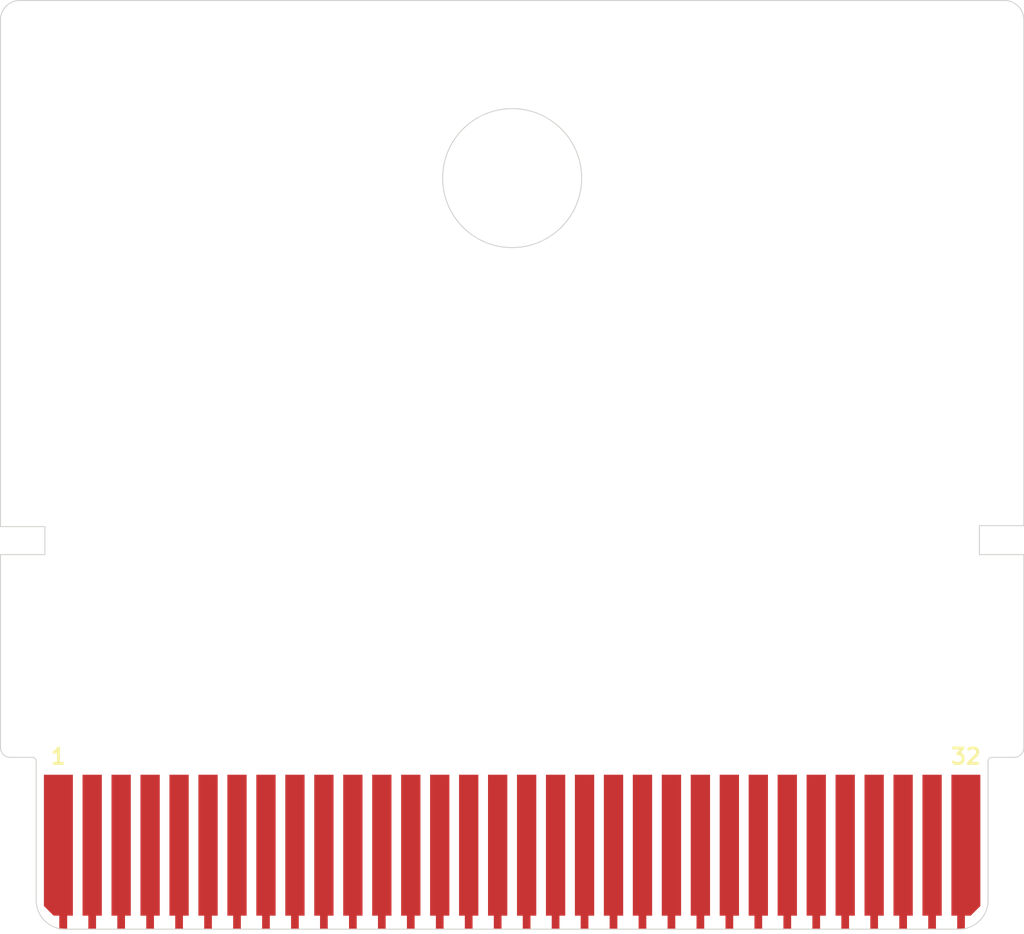
<source format=kicad_pcb>
(kicad_pcb (version 20171130) (host pcbnew "(5.1.6-0-10_14)")

  (general
    (thickness 0.8)
    (drawings 26)
    (tracks 0)
    (zones 0)
    (modules 1)
    (nets 33)
  )

  (page A4)
  (layers
    (0 F.Cu signal)
    (31 B.Cu signal)
    (32 B.Adhes user)
    (33 F.Adhes user)
    (34 B.Paste user)
    (35 F.Paste user)
    (36 B.SilkS user)
    (37 F.SilkS user)
    (38 B.Mask user hide)
    (39 F.Mask user hide)
    (40 Dwgs.User user)
    (41 Cmts.User user)
    (42 Eco1.User user)
    (43 Eco2.User user)
    (44 Edge.Cuts user)
    (45 Margin user)
    (46 B.CrtYd user)
    (47 F.CrtYd user)
    (48 B.Fab user)
    (49 F.Fab user hide)
  )

  (setup
    (last_trace_width 0.25)
    (trace_clearance 0.2)
    (zone_clearance 0.508)
    (zone_45_only no)
    (trace_min 0.2)
    (via_size 0.8)
    (via_drill 0.4)
    (via_min_size 0.4)
    (via_min_drill 0.3)
    (uvia_size 0.3)
    (uvia_drill 0.1)
    (uvias_allowed no)
    (uvia_min_size 0.2)
    (uvia_min_drill 0.1)
    (edge_width 0.05)
    (segment_width 0.2)
    (pcb_text_width 0.3)
    (pcb_text_size 1.5 1.5)
    (mod_edge_width 0.12)
    (mod_text_size 1 1)
    (mod_text_width 0.15)
    (pad_size 1.524 1.524)
    (pad_drill 0.762)
    (pad_to_mask_clearance 0.05)
    (aux_axis_origin 0 0)
    (visible_elements FFFFFF7F)
    (pcbplotparams
      (layerselection 0x010fc_ffffffff)
      (usegerberextensions false)
      (usegerberattributes true)
      (usegerberadvancedattributes true)
      (creategerberjobfile true)
      (excludeedgelayer true)
      (linewidth 0.100000)
      (plotframeref false)
      (viasonmask false)
      (mode 1)
      (useauxorigin false)
      (hpglpennumber 1)
      (hpglpenspeed 20)
      (hpglpendiameter 15.000000)
      (psnegative false)
      (psa4output false)
      (plotreference true)
      (plotvalue true)
      (plotinvisibletext false)
      (padsonsilk false)
      (subtractmaskfromsilk false)
      (outputformat 1)
      (mirror false)
      (drillshape 1)
      (scaleselection 1)
      (outputdirectory ""))
  )

  (net 0 "")
  (net 1 "Net-(J1-Pad32)")
  (net 2 "Net-(J1-Pad1)")
  (net 3 "Net-(J1-Pad31)")
  (net 4 "Net-(J1-Pad30)")
  (net 5 "Net-(J1-Pad29)")
  (net 6 "Net-(J1-Pad28)")
  (net 7 "Net-(J1-Pad27)")
  (net 8 "Net-(J1-Pad26)")
  (net 9 "Net-(J1-Pad25)")
  (net 10 "Net-(J1-Pad24)")
  (net 11 "Net-(J1-Pad23)")
  (net 12 "Net-(J1-Pad22)")
  (net 13 "Net-(J1-Pad21)")
  (net 14 "Net-(J1-Pad20)")
  (net 15 "Net-(J1-Pad19)")
  (net 16 "Net-(J1-Pad18)")
  (net 17 "Net-(J1-Pad17)")
  (net 18 "Net-(J1-Pad16)")
  (net 19 "Net-(J1-Pad15)")
  (net 20 "Net-(J1-Pad14)")
  (net 21 "Net-(J1-Pad13)")
  (net 22 "Net-(J1-Pad12)")
  (net 23 "Net-(J1-Pad11)")
  (net 24 "Net-(J1-Pad10)")
  (net 25 "Net-(J1-Pad9)")
  (net 26 "Net-(J1-Pad8)")
  (net 27 "Net-(J1-Pad7)")
  (net 28 "Net-(J1-Pad6)")
  (net 29 "Net-(J1-Pad5)")
  (net 30 "Net-(J1-Pad4)")
  (net 31 "Net-(J1-Pad3)")
  (net 32 "Net-(J1-Pad2)")

  (net_class Default "This is the default net class."
    (clearance 0.2)
    (trace_width 0.25)
    (via_dia 0.8)
    (via_drill 0.4)
    (uvia_dia 0.3)
    (uvia_drill 0.1)
    (add_net "Net-(J1-Pad1)")
    (add_net "Net-(J1-Pad10)")
    (add_net "Net-(J1-Pad11)")
    (add_net "Net-(J1-Pad12)")
    (add_net "Net-(J1-Pad13)")
    (add_net "Net-(J1-Pad14)")
    (add_net "Net-(J1-Pad15)")
    (add_net "Net-(J1-Pad16)")
    (add_net "Net-(J1-Pad17)")
    (add_net "Net-(J1-Pad18)")
    (add_net "Net-(J1-Pad19)")
    (add_net "Net-(J1-Pad2)")
    (add_net "Net-(J1-Pad20)")
    (add_net "Net-(J1-Pad21)")
    (add_net "Net-(J1-Pad22)")
    (add_net "Net-(J1-Pad23)")
    (add_net "Net-(J1-Pad24)")
    (add_net "Net-(J1-Pad25)")
    (add_net "Net-(J1-Pad26)")
    (add_net "Net-(J1-Pad27)")
    (add_net "Net-(J1-Pad28)")
    (add_net "Net-(J1-Pad29)")
    (add_net "Net-(J1-Pad3)")
    (add_net "Net-(J1-Pad30)")
    (add_net "Net-(J1-Pad31)")
    (add_net "Net-(J1-Pad32)")
    (add_net "Net-(J1-Pad4)")
    (add_net "Net-(J1-Pad5)")
    (add_net "Net-(J1-Pad6)")
    (add_net "Net-(J1-Pad7)")
    (add_net "Net-(J1-Pad8)")
    (add_net "Net-(J1-Pad9)")
  )

  (module Connector_GameBoy:GameBoy_GamePak_DMG-09_P1.50mm_Edge (layer F.Cu) (tedit 5EDD64FD) (tstamp 5EDD6660)
    (at 150 130.8)
    (descr "Game Boy Game Pak (DMG) edge connector")
    (tags "game boy game pak dmg edge connector")
    (path /5EDD4475)
    (fp_text reference J1 (at -22.05 -9) (layer F.Fab) hide
      (effects (font (size 1 1) (thickness 0.15)) (justify left))
    )
    (fp_text value GameBoy_GamePak_DMG-09 (at 0 1.5) (layer F.Fab) hide
      (effects (font (size 1 1) (thickness 0.15)))
    )
    (fp_poly (pts (xy -23.05 0) (xy -23.45 0) (xy -23.45 -0.7) (xy -23.05 -0.7)) (layer F.Cu) (width 0))
    (fp_line (start -23.15 0) (end 23.15 0) (layer F.Fab) (width 0.05))
    (fp_poly (pts (xy 24.9 -0.7) (xy -24.9 -0.7) (xy -24.9 -7) (xy 24.9 -7)) (layer F.Mask) (width 0))
    (fp_line (start 24.65 -1.5) (end 24.65 -8.7) (layer F.Fab) (width 0.05))
    (fp_line (start -25 -8.9) (end -24.85 -8.9) (layer F.Fab) (width 0.05))
    (fp_line (start 24.85 -8.9) (end 25 -8.9) (layer F.Fab) (width 0.05))
    (fp_line (start -24.65 -1.5) (end -24.65 -8.7) (layer F.Fab) (width 0.05))
    (fp_arc (start 24.85 -8.7) (end 24.85 -8.9) (angle -90) (layer F.Fab) (width 0.05))
    (fp_arc (start 25 -9.4) (end 25 -8.9) (angle -90) (layer F.Fab) (width 0.05))
    (fp_arc (start -24.85 -8.7) (end -24.65 -8.7) (angle -90) (layer F.Fab) (width 0.05))
    (fp_arc (start -25 -9.4) (end -25.5 -9.4) (angle -90) (layer F.Fab) (width 0.05))
    (fp_text user 32 (at 23.5 -8.95) (layer F.SilkS)
      (effects (font (size 0.8 0.8) (thickness 0.15)))
    )
    (fp_arc (start 23.15 -1.5) (end 23.15 0) (angle -90) (layer F.Fab) (width 0.05))
    (fp_arc (start -23.15 -1.5) (end -24.65 -1.5) (angle -90) (layer F.Fab) (width 0.05))
    (fp_text user 1 (at -23.5 -8.95) (layer F.SilkS)
      (effects (font (size 0.8 0.8) (thickness 0.15)))
    )
    (pad 32 smd custom (at 23.5 -7.5) (size 1 1) (layers F.Cu)
      (net 1 "Net-(J1-Pad32)") (zone_connect 0)
      (options (clearance outline) (anchor rect))
      (primitives
        (gr_poly (pts
           (xy -0.75 6.8) (xy -0.75 -0.5) (xy 0.75 -0.5) (xy 0.75 6.3) (xy 0.25 6.8)
           (xy -0.05 6.8) (xy -0.05 7.5) (xy -0.45 7.5) (xy -0.45 6.8)) (width 0))
      ))
    (pad 1 smd custom (at -23.5 -7.5) (size 1 1) (layers F.Cu)
      (net 2 "Net-(J1-Pad1)") (zone_connect 0)
      (options (clearance outline) (anchor rect))
      (primitives
        (gr_poly (pts
           (xy -0.75 6.3) (xy -0.75 -0.5) (xy 0.75 -0.5) (xy 0.75 6.8) (xy 0.45 6.8)
           (xy 0.45 7.5) (xy 0.05 7.5) (xy 0.05 6.8) (xy -0.25 6.8)) (width 0))
      ))
    (pad 31 smd custom (at 21.75 -7.5) (size 1 1) (layers F.Cu)
      (net 3 "Net-(J1-Pad31)")
      (options (clearance outline) (anchor rect))
      (primitives
        (gr_poly (pts
           (xy 0.5 6.8) (xy 0.2 6.8) (xy 0.2 7.5) (xy -0.2 7.5) (xy -0.2 6.8)
           (xy -0.5 6.8) (xy -0.5 0.5) (xy 0.5 0.5)) (width 0))
      ))
    (pad 30 smd custom (at 20.25 -7.5) (size 1 1) (layers F.Cu)
      (net 4 "Net-(J1-Pad30)")
      (options (clearance outline) (anchor rect))
      (primitives
        (gr_poly (pts
           (xy 0.5 6.8) (xy 0.2 6.8) (xy 0.2 7.5) (xy -0.2 7.5) (xy -0.2 6.8)
           (xy -0.5 6.8) (xy -0.5 0.5) (xy 0.5 0.5)) (width 0))
      ))
    (pad 29 smd custom (at 18.75 -7.5) (size 1 1) (layers F.Cu)
      (net 5 "Net-(J1-Pad29)")
      (options (clearance outline) (anchor rect))
      (primitives
        (gr_poly (pts
           (xy 0.5 6.8) (xy 0.2 6.8) (xy 0.2 7.5) (xy -0.2 7.5) (xy -0.2 6.8)
           (xy -0.5 6.8) (xy -0.5 0.5) (xy 0.5 0.5)) (width 0))
      ))
    (pad 28 smd custom (at 17.25 -7.5) (size 1 1) (layers F.Cu)
      (net 6 "Net-(J1-Pad28)")
      (options (clearance outline) (anchor rect))
      (primitives
        (gr_poly (pts
           (xy 0.5 6.8) (xy 0.2 6.8) (xy 0.2 7.5) (xy -0.2 7.5) (xy -0.2 6.8)
           (xy -0.5 6.8) (xy -0.5 0.5) (xy 0.5 0.5)) (width 0))
      ))
    (pad 27 smd custom (at 15.75 -7.5) (size 1 1) (layers F.Cu)
      (net 7 "Net-(J1-Pad27)")
      (options (clearance outline) (anchor rect))
      (primitives
        (gr_poly (pts
           (xy 0.5 6.8) (xy 0.2 6.8) (xy 0.2 7.5) (xy -0.2 7.5) (xy -0.2 6.8)
           (xy -0.5 6.8) (xy -0.5 0.5) (xy 0.5 0.5)) (width 0))
      ))
    (pad 26 smd custom (at 14.25 -7.5) (size 1 1) (layers F.Cu)
      (net 8 "Net-(J1-Pad26)")
      (options (clearance outline) (anchor rect))
      (primitives
        (gr_poly (pts
           (xy 0.5 6.8) (xy 0.2 6.8) (xy 0.2 7.5) (xy -0.2 7.5) (xy -0.2 6.8)
           (xy -0.5 6.8) (xy -0.5 0.5) (xy 0.5 0.5)) (width 0))
      ))
    (pad 25 smd custom (at 12.75 -7.5) (size 1 1) (layers F.Cu)
      (net 9 "Net-(J1-Pad25)")
      (options (clearance outline) (anchor rect))
      (primitives
        (gr_poly (pts
           (xy 0.5 6.8) (xy 0.2 6.8) (xy 0.2 7.5) (xy -0.2 7.5) (xy -0.2 6.8)
           (xy -0.5 6.8) (xy -0.5 0.5) (xy 0.5 0.5)) (width 0))
      ))
    (pad 24 smd custom (at 11.25 -7.5) (size 1 1) (layers F.Cu)
      (net 10 "Net-(J1-Pad24)")
      (options (clearance outline) (anchor rect))
      (primitives
        (gr_poly (pts
           (xy 0.5 6.8) (xy 0.2 6.8) (xy 0.2 7.5) (xy -0.2 7.5) (xy -0.2 6.8)
           (xy -0.5 6.8) (xy -0.5 0.5) (xy 0.5 0.5)) (width 0))
      ))
    (pad 23 smd custom (at 9.75 -7.5) (size 1 1) (layers F.Cu)
      (net 11 "Net-(J1-Pad23)")
      (options (clearance outline) (anchor rect))
      (primitives
        (gr_poly (pts
           (xy 0.5 6.8) (xy 0.2 6.8) (xy 0.2 7.5) (xy -0.2 7.5) (xy -0.2 6.8)
           (xy -0.5 6.8) (xy -0.5 0.5) (xy 0.5 0.5)) (width 0))
      ))
    (pad 22 smd custom (at 8.25 -7.5) (size 1 1) (layers F.Cu)
      (net 12 "Net-(J1-Pad22)")
      (options (clearance outline) (anchor rect))
      (primitives
        (gr_poly (pts
           (xy 0.5 6.8) (xy 0.2 6.8) (xy 0.2 7.5) (xy -0.2 7.5) (xy -0.2 6.8)
           (xy -0.5 6.8) (xy -0.5 0.5) (xy 0.5 0.5)) (width 0))
      ))
    (pad 21 smd custom (at 6.75 -7.5) (size 1 1) (layers F.Cu)
      (net 13 "Net-(J1-Pad21)")
      (options (clearance outline) (anchor rect))
      (primitives
        (gr_poly (pts
           (xy 0.5 6.8) (xy 0.2 6.8) (xy 0.2 7.5) (xy -0.2 7.5) (xy -0.2 6.8)
           (xy -0.5 6.8) (xy -0.5 0.5) (xy 0.5 0.5)) (width 0))
      ))
    (pad 20 smd custom (at 5.25 -7.5) (size 1 1) (layers F.Cu)
      (net 14 "Net-(J1-Pad20)")
      (options (clearance outline) (anchor rect))
      (primitives
        (gr_poly (pts
           (xy 0.5 6.8) (xy 0.2 6.8) (xy 0.2 7.5) (xy -0.2 7.5) (xy -0.2 6.8)
           (xy -0.5 6.8) (xy -0.5 0.5) (xy 0.5 0.5)) (width 0))
      ))
    (pad 19 smd custom (at 3.75 -7.5) (size 1 1) (layers F.Cu)
      (net 15 "Net-(J1-Pad19)")
      (options (clearance outline) (anchor rect))
      (primitives
        (gr_poly (pts
           (xy 0.5 6.8) (xy 0.2 6.8) (xy 0.2 7.5) (xy -0.2 7.5) (xy -0.2 6.8)
           (xy -0.5 6.8) (xy -0.5 0.5) (xy 0.5 0.5)) (width 0))
      ))
    (pad 18 smd custom (at 2.25 -7.5) (size 1 1) (layers F.Cu)
      (net 16 "Net-(J1-Pad18)")
      (options (clearance outline) (anchor rect))
      (primitives
        (gr_poly (pts
           (xy 0.5 6.8) (xy 0.2 6.8) (xy 0.2 7.5) (xy -0.2 7.5) (xy -0.2 6.8)
           (xy -0.5 6.8) (xy -0.5 0.5) (xy 0.5 0.5)) (width 0))
      ))
    (pad 17 smd custom (at 0.75 -7.5) (size 1 1) (layers F.Cu)
      (net 17 "Net-(J1-Pad17)")
      (options (clearance outline) (anchor rect))
      (primitives
        (gr_poly (pts
           (xy 0.5 6.8) (xy 0.2 6.8) (xy 0.2 7.5) (xy -0.2 7.5) (xy -0.2 6.8)
           (xy -0.5 6.8) (xy -0.5 0.5) (xy 0.5 0.5)) (width 0))
      ))
    (pad 16 smd custom (at -0.75 -7.5) (size 1 1) (layers F.Cu)
      (net 18 "Net-(J1-Pad16)")
      (options (clearance outline) (anchor rect))
      (primitives
        (gr_poly (pts
           (xy 0.5 6.8) (xy 0.2 6.8) (xy 0.2 7.5) (xy -0.2 7.5) (xy -0.2 6.8)
           (xy -0.5 6.8) (xy -0.5 0.5) (xy 0.5 0.5)) (width 0))
      ))
    (pad 15 smd custom (at -2.25 -7.5) (size 1 1) (layers F.Cu)
      (net 19 "Net-(J1-Pad15)")
      (options (clearance outline) (anchor rect))
      (primitives
        (gr_poly (pts
           (xy 0.5 6.8) (xy 0.2 6.8) (xy 0.2 7.5) (xy -0.2 7.5) (xy -0.2 6.8)
           (xy -0.5 6.8) (xy -0.5 0.5) (xy 0.5 0.5)) (width 0))
      ))
    (pad 14 smd custom (at -3.75 -7.5) (size 1 1) (layers F.Cu)
      (net 20 "Net-(J1-Pad14)")
      (options (clearance outline) (anchor rect))
      (primitives
        (gr_poly (pts
           (xy 0.5 6.8) (xy 0.2 6.8) (xy 0.2 7.5) (xy -0.2 7.5) (xy -0.2 6.8)
           (xy -0.5 6.8) (xy -0.5 0.5) (xy 0.5 0.5)) (width 0))
      ))
    (pad 13 smd custom (at -5.25 -7.5) (size 1 1) (layers F.Cu)
      (net 21 "Net-(J1-Pad13)")
      (options (clearance outline) (anchor rect))
      (primitives
        (gr_poly (pts
           (xy 0.5 6.8) (xy 0.2 6.8) (xy 0.2 7.5) (xy -0.2 7.5) (xy -0.2 6.8)
           (xy -0.5 6.8) (xy -0.5 0.5) (xy 0.5 0.5)) (width 0))
      ))
    (pad 12 smd custom (at -6.75 -7.5) (size 1 1) (layers F.Cu)
      (net 22 "Net-(J1-Pad12)")
      (options (clearance outline) (anchor rect))
      (primitives
        (gr_poly (pts
           (xy 0.5 6.8) (xy 0.2 6.8) (xy 0.2 7.5) (xy -0.2 7.5) (xy -0.2 6.8)
           (xy -0.5 6.8) (xy -0.5 0.5) (xy 0.5 0.5)) (width 0))
      ))
    (pad 11 smd custom (at -8.25 -7.5) (size 1 1) (layers F.Cu)
      (net 23 "Net-(J1-Pad11)")
      (options (clearance outline) (anchor rect))
      (primitives
        (gr_poly (pts
           (xy 0.5 6.8) (xy 0.2 6.8) (xy 0.2 7.5) (xy -0.2 7.5) (xy -0.2 6.8)
           (xy -0.5 6.8) (xy -0.5 0.5) (xy 0.5 0.5)) (width 0))
      ))
    (pad 10 smd custom (at -9.75 -7.5) (size 1 1) (layers F.Cu)
      (net 24 "Net-(J1-Pad10)")
      (options (clearance outline) (anchor rect))
      (primitives
        (gr_poly (pts
           (xy 0.5 6.8) (xy 0.2 6.8) (xy 0.2 7.5) (xy -0.2 7.5) (xy -0.2 6.8)
           (xy -0.5 6.8) (xy -0.5 0.5) (xy 0.5 0.5)) (width 0))
      ))
    (pad 9 smd custom (at -11.25 -7.5) (size 1 1) (layers F.Cu)
      (net 25 "Net-(J1-Pad9)")
      (options (clearance outline) (anchor rect))
      (primitives
        (gr_poly (pts
           (xy 0.5 6.8) (xy 0.2 6.8) (xy 0.2 7.5) (xy -0.2 7.5) (xy -0.2 6.8)
           (xy -0.5 6.8) (xy -0.5 0.5) (xy 0.5 0.5)) (width 0))
      ))
    (pad 8 smd custom (at -12.75 -7.5) (size 1 1) (layers F.Cu)
      (net 26 "Net-(J1-Pad8)")
      (options (clearance outline) (anchor rect))
      (primitives
        (gr_poly (pts
           (xy 0.5 6.8) (xy 0.2 6.8) (xy 0.2 7.5) (xy -0.2 7.5) (xy -0.2 6.8)
           (xy -0.5 6.8) (xy -0.5 0.5) (xy 0.5 0.5)) (width 0))
      ))
    (pad 7 smd custom (at -14.25 -7.5) (size 1 1) (layers F.Cu)
      (net 27 "Net-(J1-Pad7)")
      (options (clearance outline) (anchor rect))
      (primitives
        (gr_poly (pts
           (xy 0.5 6.8) (xy 0.2 6.8) (xy 0.2 7.5) (xy -0.2 7.5) (xy -0.2 6.8)
           (xy -0.5 6.8) (xy -0.5 0.5) (xy 0.5 0.5)) (width 0))
      ))
    (pad 6 smd custom (at -15.75 -7.5) (size 1 1) (layers F.Cu)
      (net 28 "Net-(J1-Pad6)")
      (options (clearance outline) (anchor rect))
      (primitives
        (gr_poly (pts
           (xy 0.5 6.8) (xy 0.2 6.8) (xy 0.2 7.5) (xy -0.2 7.5) (xy -0.2 6.8)
           (xy -0.5 6.8) (xy -0.5 0.5) (xy 0.5 0.5)) (width 0))
      ))
    (pad 5 smd custom (at -17.25 -7.5) (size 1 1) (layers F.Cu)
      (net 29 "Net-(J1-Pad5)")
      (options (clearance outline) (anchor rect))
      (primitives
        (gr_poly (pts
           (xy 0.5 6.8) (xy 0.2 6.8) (xy 0.2 7.5) (xy -0.2 7.5) (xy -0.2 6.8)
           (xy -0.5 6.8) (xy -0.5 0.5) (xy 0.5 0.5)) (width 0))
      ))
    (pad 4 smd custom (at -18.75 -7.5) (size 1 1) (layers F.Cu)
      (net 30 "Net-(J1-Pad4)")
      (options (clearance outline) (anchor rect))
      (primitives
        (gr_poly (pts
           (xy 0.5 6.8) (xy 0.2 6.8) (xy 0.2 7.5) (xy -0.2 7.5) (xy -0.2 6.8)
           (xy -0.5 6.8) (xy -0.5 0.5) (xy 0.5 0.5)) (width 0))
      ))
    (pad 3 smd custom (at -20.25 -7.5) (size 1 1) (layers F.Cu)
      (net 31 "Net-(J1-Pad3)")
      (options (clearance outline) (anchor rect))
      (primitives
        (gr_poly (pts
           (xy 0.5 6.8) (xy 0.2 6.8) (xy 0.2 7.5) (xy -0.2 7.5) (xy -0.2 6.8)
           (xy -0.5 6.8) (xy -0.5 0.5) (xy 0.5 0.5)) (width 0))
      ))
    (pad 2 smd custom (at -21.75 -7.5) (size 1 1) (layers F.Cu)
      (net 32 "Net-(J1-Pad2)")
      (options (clearance outline) (anchor rect))
      (primitives
        (gr_poly (pts
           (xy 0.5 6.8) (xy 0.2 6.8) (xy 0.2 7.5) (xy -0.2 7.5) (xy -0.2 6.8)
           (xy -0.5 6.8) (xy -0.5 0.5) (xy 0.5 0.5)) (width 0))
      ))
  )

  (gr_arc (start 124 121.4) (end 123.5 121.4) (angle -90) (layer Edge.Cuts) (width 0.05) (tstamp 5F455F10))
  (gr_line (start 176.5 83.7) (end 176.5 109.9) (layer Edge.Cuts) (width 0.05) (tstamp 5F4563A7))
  (gr_line (start 123.5 83.7) (end 123.5 109.95) (layer Edge.Cuts) (width 0.05) (tstamp 5F45639F))
  (gr_arc (start 176 121.4) (end 176 121.9) (angle -90) (layer Edge.Cuts) (width 0.05) (tstamp 5F4560C7))
  (gr_line (start 176.5 111.4) (end 174.2 111.4) (layer Edge.Cuts) (width 0.05) (tstamp 5F4560C5))
  (gr_line (start 174.2 111.4) (end 174.2 109.9) (layer Edge.Cuts) (width 0.05) (tstamp 5F4560C4))
  (gr_line (start 174.2 109.9) (end 176.5 109.9) (layer Edge.Cuts) (width 0.05) (tstamp 5F4560C3))
  (gr_line (start 176.5 111.4) (end 176.5 121.4) (layer Edge.Cuts) (width 0.05) (tstamp 5F4560C2))
  (gr_line (start 174.85 121.9) (end 176 121.9) (layer Edge.Cuts) (width 0.05) (tstamp 5F4560C1))
  (gr_arc (start 125.15 122.1) (end 125.35 122.1) (angle -90) (layer Edge.Cuts) (width 0.05) (tstamp 5F456053))
  (gr_line (start 123.5 111.4) (end 125.8 111.4) (layer Edge.Cuts) (width 0.05) (tstamp 5F455F0F))
  (gr_line (start 125.8 111.4) (end 125.8 109.95) (layer Edge.Cuts) (width 0.05) (tstamp 5F455F0E))
  (gr_line (start 125.8 109.95) (end 123.5 109.95) (layer Edge.Cuts) (width 0.05) (tstamp 5F455F0D))
  (gr_line (start 123.5 111.4) (end 123.5 121.4) (layer Edge.Cuts) (width 0.05) (tstamp 5F455F0C))
  (gr_line (start 124 121.9) (end 125.15 121.9) (layer Edge.Cuts) (width 0.05) (tstamp 5F455F0B))
  (gr_circle (center 150 91.9) (end 150 95.5) (layer Edge.Cuts) (width 0.05) (tstamp 5F455668))
  (gr_line (start 125.35 129.3) (end 125.35 122.1) (layer Edge.Cuts) (width 0.05) (tstamp 5EDBF172))
  (gr_circle (center 202.4 90) (end 203.65 90) (layer F.Fab) (width 0.05) (tstamp 5F455682))
  (gr_arc (start 126.85 129.3) (end 125.35 129.3) (angle -90) (layer Edge.Cuts) (width 0.05) (tstamp 5EDBF175))
  (gr_arc (start 173.15 129.3) (end 173.15 130.8) (angle -90) (layer Edge.Cuts) (width 0.05) (tstamp 5EDBF174))
  (gr_arc (start 124.5 83.7) (end 124.5 82.7) (angle -90) (layer Edge.Cuts) (width 0.05) (tstamp 5EDBF173))
  (gr_arc (start 174.85 122.1) (end 174.85 121.9) (angle -90) (layer Edge.Cuts) (width 0.05) (tstamp 5EDBF171))
  (gr_line (start 124.5 82.7) (end 175.5 82.7) (layer Edge.Cuts) (width 0.05) (tstamp 5EDBF16E))
  (gr_line (start 173.15 130.8) (end 126.85 130.8) (layer Edge.Cuts) (width 0.05) (tstamp 5EDBF16B))
  (gr_line (start 174.65 129.3) (end 174.65 122.1) (layer Edge.Cuts) (width 0.05) (tstamp 5EDBF16A))
  (gr_arc (start 175.5 83.7) (end 176.5 83.7) (angle -90) (layer Edge.Cuts) (width 0.05) (tstamp 5EDBF164))

)

</source>
